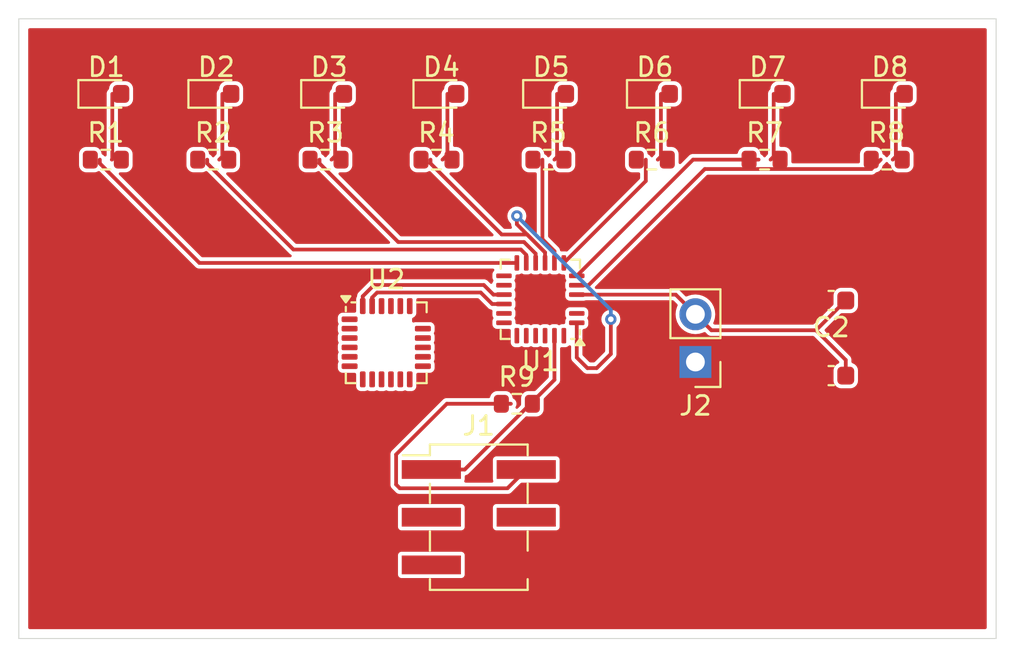
<source format=kicad_pcb>
(kicad_pcb (version 20240108) (generator "pcbnew") (generator_version "8.0")
  (layers (0 "F.Cu" signal) (31 "B.Cu" signal) (34 "B.Paste" user) (35 "F.Paste" user) (36 "B.SilkS" user "B.Silkscreen") (37 "F.SilkS" user "F.Silkscreen") (38 "B.Mask" user) (39 "F.Mask" user) (44 "Edge.Cuts" user))
  (net 0 "")
  (net 1 "GND")
  (net 2 "Net-(D1-A)")
  (net 3 "Net-(D2-A)")
  (net 4 "Net-(D3-A)")
  (net 5 "Net-(D4-A)")
  (net 6 "Net-(D5-A)")
  (net 7 "Net-(D6-A)")
  (net 8 "Net-(D7-A)")
  (net 9 "Net-(D8-A)")
  (net 11 "Net-(J1-DATA)")
  (net 13 "VCC")
  (net 15 "/L4")
  (net 16 "/L3")
  (net 17 "/L2")
  (net 18 "/L1")
  (net 19 "/R1")
  (net 20 "/R2")
  (net 21 "/R3")
  (net 24 "/SDA")
  (net 26 "/R4")
  (net 29 "/SCL")
  (net 55 "Net-(J2-Pin_2)")
  (footprint "Resistor_SMD:R_0603_1608Metric" (layer "F.Cu") (at 144.725 76.5)
    (property "Reference" "R4" (at 0 -1.43 0) (layer "F.SilkS"))
    (property "Value" "R")
    (fp_line (start -0.237258 -0.5225) (end 0.237258 -0.5225) (stroke (width 0.12)) (layer "F.SilkS"))
    (fp_line (start -0.237258 0.5225) (end 0.237258 0.5225) (stroke (width 0.12)) (layer "F.SilkS"))
    (pad "1" smd roundrect (at -0.825 0) (size 0.8 0.95) (layers "F.Cu" "F.Paste" "F.Mask") (net 18 "/L1"))
    (pad "2" smd roundrect (at 0.825 0) (size 0.8 0.95) (layers "F.Cu" "F.Paste" "F.Mask") (net 5 "Net-(D4-A)"))
  )
  (footprint "Resistor_SMD:R_0603_1608Metric" (layer "F.Cu") (at 138.82 76.5)
    (property "Reference" "R3" (at 0 -1.43 0) (layer "F.SilkS"))
    (property "Value" "R")
    (fp_line (start -0.237258 -0.5225) (end 0.237258 -0.5225) (stroke (width 0.12)) (layer "F.SilkS"))
    (fp_line (start -0.237258 0.5225) (end 0.237258 0.5225) (stroke (width 0.12)) (layer "F.SilkS"))
    (pad "1" smd roundrect (at -0.825 0) (size 0.8 0.95) (layers "F.Cu" "F.Paste" "F.Mask") (net 17 "/L2"))
    (pad "2" smd roundrect (at 0.825 0) (size 0.8 0.95) (layers "F.Cu" "F.Paste" "F.Mask") (net 4 "Net-(D3-A)"))
  )
  (footprint "Connector_PinHeader_2.54mm:PinHeader_1x02_P2.54mm_Vertical" (layer "F.Cu") (at 158.5 87.275 180)
    (property "Reference" "J2" (at 0 -2.33 180) (layer "F.SilkS"))
    (property "Value" "Conn_02x01")
    (fp_line (start 1.33 1.27) (end 1.33 3.87) (stroke (width 0.12)) (layer "F.SilkS"))
    (fp_line (start -1.33 3.87) (end 1.33 3.87) (stroke (width 0.12)) (layer "F.SilkS"))
    (fp_line (start -1.33 1.27) (end 1.33 1.27) (stroke (width 0.12)) (layer "F.SilkS"))
    (fp_line (start -1.33 1.27) (end -1.33 3.87) (stroke (width 0.12)) (layer "F.SilkS"))
    (fp_line (start -1.33 0) (end -1.33 -1.33) (stroke (width 0.12)) (layer "F.SilkS"))
    (fp_line (start -1.33 -1.33) (end 0 -1.33) (stroke (width 0.12)) (layer "F.SilkS"))
    (pad "1" thru_hole rect (at 0 0 180) (size 1.7 1.7) (drill 1) (layers "*.Cu" "*.Mask") (net 1 "GND"))
    (pad "2" thru_hole oval (at 0 2.54 180) (size 1.7 1.7) (drill 1) (layers "*.Cu" "*.Mask") (net 55 "Net-(J2-Pin_2)"))
  )
  (footprint "Capacitor_SMD:C_0603_1608Metric" (layer "F.Cu") (at 165.725 84 180)
    (property "Reference" "C2" (at 0 -1.43 180) (layer "F.SilkS"))
    (property "Value" "10n")
    (fp_line (start -0.14058 0.51) (end 0.14058 0.51) (stroke (width 0.12)) (layer "F.SilkS"))
    (fp_line (start -0.14058 -0.51) (end 0.14058 -0.51) (stroke (width 0.12)) (layer "F.SilkS"))
    (pad "1" smd roundrect (at -0.775 0 180) (size 0.9 0.95) (layers "F.Cu" "F.Paste" "F.Mask") (net 55 "Net-(J2-Pin_2)"))
    (pad "2" smd roundrect (at 0.775 0 180) (size 0.9 0.95) (layers "F.Cu" "F.Paste" "F.Mask") (net 1 "GND"))
  )
  (footprint "Sensor_Motion:InvenSense_QFN-24_4x4mm_P0.5mm" (layer "F.Cu") (at 142.05 86.25)
    (property "Reference" "U2" (at 0 -3.375 0) (layer "F.SilkS"))
    (property "Value" "MPU-6050")
    (fp_line (start -2.15 -1.685) (end -2.15 -1.91) (stroke (width 0.12)) (layer "F.SilkS"))
    (fp_line (start -2.15 2.15) (end -2.15 1.625) (stroke (width 0.12)) (layer "F.SilkS"))
    (fp_line (start -2.15 2.15) (end -1.625 2.15) (stroke (width 0.12)) (layer "F.SilkS"))
    (fp_line (start -1.625 -2.15) (end -1.85 -2.15) (stroke (width 0.12)) (layer "F.SilkS"))
    (fp_line (start 2.15 -2.15) (end 1.625 -2.15) (stroke (width 0.12)) (layer "F.SilkS"))
    (fp_line (start 2.15 -2.15) (end 2.15 -1.625) (stroke (width 0.12)) (layer "F.SilkS"))
    (fp_line (start 2.15 2.15) (end 1.625 2.15) (stroke (width 0.12)) (layer "F.SilkS"))
    (fp_line (start 2.15 2.15) (end 2.15 1.625) (stroke (width 0.12)) (layer "F.SilkS"))
    (fp_poly (pts (xy -2.15 -2.15) (xy -2.39 -2.48) (xy -1.91 -2.48) (xy -2.15 -2.15)) (stroke (width 0.12)) (fill solid) (layer "F.SilkS"))
    (pad "1" smd roundrect (at -1.95 -1.25) (size 0.85 0.3) (layers "F.Cu" "F.Paste" "F.Mask"))
    (pad "2" smd roundrect (at -1.95 -0.75) (size 0.85 0.3) (layers "F.Cu" "F.Paste" "F.Mask"))
    (pad "3" smd roundrect (at -1.95 -0.25) (size 0.85 0.3) (layers "F.Cu" "F.Paste" "F.Mask"))
    (pad "4" smd roundrect (at -1.95 0.25) (size 0.85 0.3) (layers "F.Cu" "F.Paste" "F.Mask"))
    (pad "5" smd roundrect (at -1.95 0.75) (size 0.85 0.3) (layers "F.Cu" "F.Paste" "F.Mask"))
    (pad "6" smd roundrect (at -1.95 1.25) (size 0.85 0.3) (layers "F.Cu" "F.Paste" "F.Mask"))
    (pad "7" smd roundrect (at -1.25 1.95 90) (size 0.85 0.3) (layers "F.Cu" "F.Paste" "F.Mask"))
    (pad "8" smd roundrect (at -0.75 1.95 90) (size 0.85 0.3) (layers "F.Cu" "F.Paste" "F.Mask"))
    (pad "9" smd roundrect (at -0.25 1.95 90) (size 0.85 0.3) (layers "F.Cu" "F.Paste" "F.Mask"))
    (pad "10" smd roundrect (at 0.25 1.95 90) (size 0.85 0.3) (layers "F.Cu" "F.Paste" "F.Mask"))
    (pad "11" smd roundrect (at 0.75 1.95 90) (size 0.85 0.3) (layers "F.Cu" "F.Paste" "F.Mask"))
    (pad "12" smd roundrect (at 1.25 1.95 90) (size 0.85 0.3) (layers "F.Cu" "F.Paste" "F.Mask"))
    (pad "13" smd roundrect (at 1.95 1.25) (size 0.85 0.3) (layers "F.Cu" "F.Paste" "F.Mask"))
    (pad "14" smd roundrect (at 1.95 0.75) (size 0.85 0.3) (layers "F.Cu" "F.Paste" "F.Mask"))
    (pad "15" smd roundrect (at 1.95 0.25) (size 0.85 0.3) (layers "F.Cu" "F.Paste" "F.Mask"))
    (pad "16" smd roundrect (at 1.95 -0.25) (size 0.85 0.3) (layers "F.Cu" "F.Paste" "F.Mask"))
    (pad "17" smd roundrect (at 1.95 -0.75) (size 0.85 0.3) (layers "F.Cu" "F.Paste" "F.Mask"))
    (pad "18" smd roundrect (at 1.95 -1.25) (size 0.85 0.3) (layers "F.Cu" "F.Paste" "F.Mask") (net 1 "GND"))
    (pad "19" smd roundrect (at 1.25 -1.95 90) (size 0.85 0.3) (layers "F.Cu" "F.Paste" "F.Mask"))
    (pad "20" smd roundrect (at 0.75 -1.95 90) (size 0.85 0.3) (layers "F.Cu" "F.Paste" "F.Mask"))
    (pad "21" smd roundrect (at 0.25 -1.95 90) (size 0.85 0.3) (layers "F.Cu" "F.Paste" "F.Mask"))
    (pad "22" smd roundrect (at -0.25 -1.95 90) (size 0.85 0.3) (layers "F.Cu" "F.Paste" "F.Mask"))
    (pad "23" smd roundrect (at -0.75 -1.95 90) (size 0.85 0.3) (layers "F.Cu" "F.Paste" "F.Mask") (net 29 "/SCL"))
    (pad "24" smd roundrect (at -1.25 -1.95 90) (size 0.85 0.3) (layers "F.Cu" "F.Paste" "F.Mask") (net 24 "/SDA"))
    (zone (net 0) (net_name "") (layer "F.Cu") (connect_pads (clearance 0)) (min_thickness 0.254)
      (keepout (tracks not_allowed) (vias not_allowed) (pads not_allowed) (copperpour not_allowed) (footprints allowed))
      (fill (thermal_gap 0.508) (thermal_bridge_width 0.508))
      (polygon (pts (xy 140.675 84.925) (xy 143.425 84.925) (xy 143.425 87.575) (xy 140.675 87.575)))
    )
  )
  (footprint "Resistor_SMD:R_0603_1608Metric" (layer "F.Cu") (at 168.68 76.5)
    (property "Reference" "R8" (at 0 -1.43 0) (layer "F.SilkS"))
    (property "Value" "R")
    (fp_line (start -0.237258 -0.5225) (end 0.237258 -0.5225) (stroke (width 0.12)) (layer "F.SilkS"))
    (fp_line (start -0.237258 0.5225) (end 0.237258 0.5225) (stroke (width 0.12)) (layer "F.SilkS"))
    (pad "1" smd roundrect (at -0.825 0) (size 0.8 0.95) (layers "F.Cu" "F.Paste" "F.Mask") (net 26 "/R4"))
    (pad "2" smd roundrect (at 0.825 0) (size 0.8 0.95) (layers "F.Cu" "F.Paste" "F.Mask") (net 9 "Net-(D8-A)"))
  )
  (footprint "LED_SMD:LED_0603_1608Metric" (layer "F.Cu") (at 139.01 73)
    (property "Reference" "D3" (at 0 -1.43 0) (layer "F.SilkS"))
    (property "Value" "LED L2")
    (fp_line (start -1.485 -0.735) (end -1.485 0.735) (stroke (width 0.12)) (layer "F.SilkS"))
    (fp_line (start -1.485 0.735) (end 0.8 0.735) (stroke (width 0.12)) (layer "F.SilkS"))
    (fp_line (start 0.8 -0.735) (end -1.485 -0.735) (stroke (width 0.12)) (layer "F.SilkS"))
    (pad "1" smd roundrect (at -0.7875 0) (size 0.875 0.95) (layers "F.Cu" "F.Paste" "F.Mask") (net 1 "GND"))
    (pad "2" smd roundrect (at 0.7875 0) (size 0.875 0.95) (layers "F.Cu" "F.Paste" "F.Mask") (net 4 "Net-(D3-A)"))
  )
  (footprint "LED_SMD:LED_0603_1608Metric" (layer "F.Cu") (at 127.155 73)
    (property "Reference" "D1" (at 0 -1.43 0) (layer "F.SilkS"))
    (property "Value" "LED L4")
    (fp_line (start -1.485 -0.735) (end -1.485 0.735) (stroke (width 0.12)) (layer "F.SilkS"))
    (fp_line (start -1.485 0.735) (end 0.8 0.735) (stroke (width 0.12)) (layer "F.SilkS"))
    (fp_line (start 0.8 -0.735) (end -1.485 -0.735) (stroke (width 0.12)) (layer "F.SilkS"))
    (pad "1" smd roundrect (at -0.7875 0) (size 0.875 0.95) (layers "F.Cu" "F.Paste" "F.Mask") (net 1 "GND"))
    (pad "2" smd roundrect (at 0.7875 0) (size 0.875 0.95) (layers "F.Cu" "F.Paste" "F.Mask") (net 2 "Net-(D1-A)"))
  )
  (footprint "Resistor_SMD:R_0603_1608Metric" (layer "F.Cu") (at 149 89.5)
    (property "Reference" "R9" (at 0 -1.43 0) (layer "F.SilkS"))
    (property "Value" "R")
    (fp_line (start -0.237258 -0.5225) (end 0.237258 -0.5225) (stroke (width 0.12)) (layer "F.SilkS"))
    (fp_line (start -0.237258 0.5225) (end 0.237258 0.5225) (stroke (width 0.12)) (layer "F.SilkS"))
    (pad "1" smd roundrect (at -0.825 0) (size 0.8 0.95) (layers "F.Cu" "F.Paste" "F.Mask") (net 13 "VCC"))
    (pad "2" smd roundrect (at 0.825 0) (size 0.8 0.95) (layers "F.Cu" "F.Paste" "F.Mask") (net 11 "Net-(J1-DATA)"))
  )
  (footprint "Resistor_SMD:R_0603_1608Metric" (layer "F.Cu") (at 162.18 76.5)
    (property "Reference" "R7" (at 0 -1.43 0) (layer "F.SilkS"))
    (property "Value" "R")
    (fp_line (start -0.237258 -0.5225) (end 0.237258 -0.5225) (stroke (width 0.12)) (layer "F.SilkS"))
    (fp_line (start -0.237258 0.5225) (end 0.237258 0.5225) (stroke (width 0.12)) (layer "F.SilkS"))
    (pad "1" smd roundrect (at -0.825 0) (size 0.8 0.95) (layers "F.Cu" "F.Paste" "F.Mask") (net 21 "/R3"))
    (pad "2" smd roundrect (at 0.825 0) (size 0.8 0.95) (layers "F.Cu" "F.Paste" "F.Mask") (net 8 "Net-(D7-A)"))
  )
  (footprint "Resistor_SMD:R_0603_1608Metric" (layer "F.Cu") (at 127.13 76.5)
    (property "Reference" "R1" (at 0 -1.43 0) (layer "F.SilkS"))
    (property "Value" "R")
    (fp_line (start -0.237258 -0.5225) (end 0.237258 -0.5225) (stroke (width 0.12)) (layer "F.SilkS"))
    (fp_line (start -0.237258 0.5225) (end 0.237258 0.5225) (stroke (width 0.12)) (layer "F.SilkS"))
    (pad "1" smd roundrect (at -0.825 0) (size 0.8 0.95) (layers "F.Cu" "F.Paste" "F.Mask") (net 15 "/L4"))
    (pad "2" smd roundrect (at 0.825 0) (size 0.8 0.95) (layers "F.Cu" "F.Paste" "F.Mask") (net 2 "Net-(D1-A)"))
  )
  (footprint "Resistor_SMD:R_0603_1608Metric" (layer "F.Cu") (at 132.845 76.5)
    (property "Reference" "R2" (at 0 -1.43 0) (layer "F.SilkS"))
    (property "Value" "R")
    (fp_line (start -0.237258 -0.5225) (end 0.237258 -0.5225) (stroke (width 0.12)) (layer "F.SilkS"))
    (fp_line (start -0.237258 0.5225) (end 0.237258 0.5225) (stroke (width 0.12)) (layer "F.SilkS"))
    (pad "1" smd roundrect (at -0.825 0) (size 0.8 0.95) (layers "F.Cu" "F.Paste" "F.Mask") (net 16 "/L3"))
    (pad "2" smd roundrect (at 0.825 0) (size 0.8 0.95) (layers "F.Cu" "F.Paste" "F.Mask") (net 3 "Net-(D2-A)"))
  )
  (footprint "Package_DFN_QFN:QFN-24-1EP_4x4mm_P0.5mm_EP2.6x2.6mm" (layer "F.Cu") (at 150.25 83.9375 180)
    (property "Reference" "U1" (at 0 -3.3 180) (layer "F.SilkS"))
    (property "Value" "ATtiny1617-M")
    (fp_line (start 2.11 2.11) (end 2.11 1.635) (stroke (width 0.12)) (layer "F.SilkS"))
    (fp_line (start 2.11 -2.11) (end 2.11 -1.635) (stroke (width 0.12)) (layer "F.SilkS"))
    (fp_line (start 1.635 2.11) (end 2.11 2.11) (stroke (width 0.12)) (layer "F.SilkS"))
    (fp_line (start 1.635 -2.11) (end 2.11 -2.11) (stroke (width 0.12)) (layer "F.SilkS"))
    (fp_line (start -1.635 2.11) (end -2.11 2.11) (stroke (width 0.12)) (layer "F.SilkS"))
    (fp_line (start -1.635 -2.11) (end -1.81 -2.11) (stroke (width 0.12)) (layer "F.SilkS"))
    (fp_line (start -2.11 2.11) (end -2.11 1.635) (stroke (width 0.12)) (layer "F.SilkS"))
    (fp_line (start -2.11 -1.635) (end -2.11 -1.87) (stroke (width 0.12)) (layer "F.SilkS"))
    (fp_poly (pts (xy -2.11 -2.11) (xy -2.35 -2.44) (xy -1.87 -2.44) (xy -2.11 -2.11)) (stroke (width 0.12)) (fill solid) (layer "F.SilkS"))
    (pad "1" smd roundrect (at -1.9375 -1.25 180) (size 0.825 0.25) (layers "F.Cu" "F.Paste" "F.Mask") (net 18 "/L1"))
    (pad "2" smd roundrect (at -1.9375 -0.75 180) (size 0.825 0.25) (layers "F.Cu" "F.Paste" "F.Mask"))
    (pad "3" smd roundrect (at -1.9375 -0.25 180) (size 0.825 0.25) (layers "F.Cu" "F.Paste" "F.Mask") (net 1 "GND"))
    (pad "4" smd roundrect (at -1.9375 0.25 180) (size 0.825 0.25) (layers "F.Cu" "F.Paste" "F.Mask") (net 55 "Net-(J2-Pin_2)"))
    (pad "5" smd roundrect (at -1.9375 0.75 180) (size 0.825 0.25) (layers "F.Cu" "F.Paste" "F.Mask") (net 26 "/R4"))
    (pad "6" smd roundrect (at -1.9375 1.25 180) (size 0.825 0.25) (layers "F.Cu" "F.Paste" "F.Mask") (net 21 "/R3"))
    (pad "7" smd roundrect (at -1.25 1.9375 180) (size 0.25 0.825) (layers "F.Cu" "F.Paste" "F.Mask") (net 20 "/R2"))
    (pad "8" smd roundrect (at -0.75 1.9375 180) (size 0.25 0.825) (layers "F.Cu" "F.Paste" "F.Mask") (net 19 "/R1"))
    (pad "9" smd roundrect (at -0.25 1.9375 180) (size 0.25 0.825) (layers "F.Cu" "F.Paste" "F.Mask") (net 18 "/L1"))
    (pad "10" smd roundrect (at 0.25 1.9375 180) (size 0.25 0.825) (layers "F.Cu" "F.Paste" "F.Mask") (net 17 "/L2"))
    (pad "11" smd roundrect (at 0.75 1.9375 180) (size 0.25 0.825) (layers "F.Cu" "F.Paste" "F.Mask") (net 16 "/L3"))
    (pad "12" smd roundrect (at 1.25 1.9375 180) (size 0.25 0.825) (layers "F.Cu" "F.Paste" "F.Mask") (net 15 "/L4"))
    (pad "13" smd roundrect (at 1.9375 1.25 180) (size 0.825 0.25) (layers "F.Cu" "F.Paste" "F.Mask"))
    (pad "14" smd roundrect (at 1.9375 0.75 180) (size 0.825 0.25) (layers "F.Cu" "F.Paste" "F.Mask"))
    (pad "15" smd roundrect (at 1.9375 0.25 180) (size 0.825 0.25) (layers "F.Cu" "F.Paste" "F.Mask") (net 24 "/SDA"))
    (pad "16" smd roundrect (at 1.9375 -0.25 180) (size 0.825 0.25) (layers "F.Cu" "F.Paste" "F.Mask") (net 29 "/SCL"))
    (pad "17" smd roundrect (at 1.9375 -0.75 180) (size 0.825 0.25) (layers "F.Cu" "F.Paste" "F.Mask"))
    (pad "18" smd roundrect (at 1.9375 -1.25 180) (size 0.825 0.25) (layers "F.Cu" "F.Paste" "F.Mask"))
    (pad "19" smd roundrect (at 1.25 -1.9375 180) (size 0.25 0.825) (layers "F.Cu" "F.Paste" "F.Mask"))
    (pad "20" smd roundrect (at 0.75 -1.9375 180) (size 0.25 0.825) (layers "F.Cu" "F.Paste" "F.Mask"))
    (pad "21" smd roundrect (at 0.25 -1.9375 180) (size 0.25 0.825) (layers "F.Cu" "F.Paste" "F.Mask"))
    (pad "22" smd roundrect (at -0.25 -1.9375 180) (size 0.25 0.825) (layers "F.Cu" "F.Paste" "F.Mask"))
    (pad "23" smd roundrect (at -0.75 -1.9375 180) (size 0.25 0.825) (layers "F.Cu" "F.Paste" "F.Mask") (net 11 "Net-(J1-DATA)"))
    (pad "24" smd roundrect (at -1.25 -1.9375 180) (size 0.25 0.825) (layers "F.Cu" "F.Paste" "F.Mask"))
    (pad "25" smd rect (at 0 0 180) (size 2.6 2.6) (property pad_prop_heatsink) (layers "F.Cu" "F.Mask") (net 1 "GND"))
  )
  (footprint "Resistor_SMD:R_0603_1608Metric" (layer "F.Cu") (at 150.68 76.5)
    (property "Reference" "R5" (at 0 -1.43 0) (layer "F.SilkS"))
    (property "Value" "R")
    (fp_line (start -0.237258 -0.5225) (end 0.237258 -0.5225) (stroke (width 0.12)) (layer "F.SilkS"))
    (fp_line (start -0.237258 0.5225) (end 0.237258 0.5225) (stroke (width 0.12)) (layer "F.SilkS"))
    (pad "1" smd roundrect (at -0.825 0) (size 0.8 0.95) (layers "F.Cu" "F.Paste" "F.Mask") (net 19 "/R1"))
    (pad "2" smd roundrect (at 0.825 0) (size 0.8 0.95) (layers "F.Cu" "F.Paste" "F.Mask") (net 6 "Net-(D5-A)"))
  )
  (footprint "LED_SMD:LED_0603_1608Metric" (layer "F.Cu") (at 156.345 73)
    (property "Reference" "D6" (at 0 -1.43 0) (layer "F.SilkS"))
    (property "Value" "LED R2")
    (fp_line (start -1.485 -0.735) (end -1.485 0.735) (stroke (width 0.12)) (layer "F.SilkS"))
    (fp_line (start -1.485 0.735) (end 0.8 0.735) (stroke (width 0.12)) (layer "F.SilkS"))
    (fp_line (start 0.8 -0.735) (end -1.485 -0.735) (stroke (width 0.12)) (layer "F.SilkS"))
    (pad "1" smd roundrect (at -0.7875 0) (size 0.875 0.95) (layers "F.Cu" "F.Paste" "F.Mask") (net 1 "GND"))
    (pad "2" smd roundrect (at 0.7875 0) (size 0.875 0.95) (layers "F.Cu" "F.Paste" "F.Mask") (net 7 "Net-(D6-A)"))
  )
  (footprint "LED_SMD:LED_0603_1608Metric" (layer "F.Cu") (at 133.01 73)
    (property "Reference" "D2" (at 0 -1.43 0) (layer "F.SilkS"))
    (property "Value" "LED L3")
    (fp_line (start -1.485 -0.735) (end -1.485 0.735) (stroke (width 0.12)) (layer "F.SilkS"))
    (fp_line (start -1.485 0.735) (end 0.8 0.735) (stroke (width 0.12)) (layer "F.SilkS"))
    (fp_line (start 0.8 -0.735) (end -1.485 -0.735) (stroke (width 0.12)) (layer "F.SilkS"))
    (pad "1" smd roundrect (at -0.7875 0) (size 0.875 0.95) (layers "F.Cu" "F.Paste" "F.Mask") (net 1 "GND"))
    (pad "2" smd roundrect (at 0.7875 0) (size 0.875 0.95) (layers "F.Cu" "F.Paste" "F.Mask") (net 3 "Net-(D2-A)"))
  )
  (footprint "LED_SMD:LED_0603_1608Metric" (layer "F.Cu") (at 162.345 73)
    (property "Reference" "D7" (at 0 -1.43 0) (layer "F.SilkS"))
    (property "Value" "LED R3")
    (fp_line (start -1.485 -0.735) (end -1.485 0.735) (stroke (width 0.12)) (layer "F.SilkS"))
    (fp_line (start -1.485 0.735) (end 0.8 0.735) (stroke (width 0.12)) (layer "F.SilkS"))
    (fp_line (start 0.8 -0.735) (end -1.485 -0.735) (stroke (width 0.12)) (layer "F.SilkS"))
    (pad "1" smd roundrect (at -0.7875 0) (size 0.875 0.95) (layers "F.Cu" "F.Paste" "F.Mask") (net 1 "GND"))
    (pad "2" smd roundrect (at 0.7875 0) (size 0.875 0.95) (layers "F.Cu" "F.Paste" "F.Mask") (net 8 "Net-(D7-A)"))
  )
  (footprint "Connector_PinHeader_2.54mm:PinHeader_2x03_P2.54mm_Vertical_SMD" (layer "F.Cu") (at 146.975 95.54)
    (property "Reference" "J1" (at 0 -4.87 0) (layer "F.SilkS"))
    (property "Value" "AVR-UPDI-6")
    (fp_line (start -4.04 -3.3) (end -2.6 -3.3) (stroke (width 0.12)) (layer "F.SilkS"))
    (fp_line (start -2.6 -3.87) (end -2.6 -3.3) (stroke (width 0.12)) (layer "F.SilkS"))
    (fp_line (start -2.6 -3.87) (end 2.6 -3.87) (stroke (width 0.12)) (layer "F.SilkS"))
    (fp_line (start -2.6 -1.78) (end -2.6 -0.76) (stroke (width 0.12)) (layer "F.SilkS"))
    (fp_line (start -2.6 0.76) (end -2.6 1.78) (stroke (width 0.12)) (layer "F.SilkS"))
    (fp_line (start -2.6 3.3) (end -2.6 3.87) (stroke (width 0.12)) (layer "F.SilkS"))
    (fp_line (start -2.6 3.87) (end 2.6 3.87) (stroke (width 0.12)) (layer "F.SilkS"))
    (fp_line (start 2.6 -3.87) (end 2.6 -3.3) (stroke (width 0.12)) (layer "F.SilkS"))
    (fp_line (start 2.6 -1.78) (end 2.6 -0.76) (stroke (width 0.12)) (layer "F.SilkS"))
    (fp_line (start 2.6 0.76) (end 2.6 1.78) (stroke (width 0.12)) (layer "F.SilkS"))
    (fp_line (start 2.6 3.3) (end 2.6 3.87) (stroke (width 0.12)) (layer "F.SilkS"))
    (pad "1" smd rect (at -2.525 -2.54) (size 3.15 1) (layers "F.Cu" "F.Paste" "F.Mask") (net 11 "Net-(J1-DATA)"))
    (pad "2" smd rect (at 2.525 -2.54) (size 3.15 1) (layers "F.Cu" "F.Paste" "F.Mask") (net 13 "VCC"))
    (pad "3" smd rect (at -2.525 0) (size 3.15 1) (layers "F.Cu" "F.Paste" "F.Mask"))
    (pad "4" smd rect (at 2.525 0) (size 3.15 1) (layers "F.Cu" "F.Paste" "F.Mask"))
    (pad "5" smd rect (at -2.525 2.54) (size 3.15 1) (layers "F.Cu" "F.Paste" "F.Mask"))
    (pad "6" smd rect (at 2.525 2.54) (size 3.15 1) (layers "F.Cu" "F.Paste" "F.Mask") (net 1 "GND"))
  )
  (footprint "LED_SMD:LED_0603_1608Metric" (layer "F.Cu") (at 150.82 73)
    (property "Reference" "D5" (at 0 -1.43 0) (layer "F.SilkS"))
    (property "Value" "LED R1")
    (fp_line (start -1.485 -0.735) (end -1.485 0.735) (stroke (width 0.12)) (layer "F.SilkS"))
    (fp_line (start -1.485 0.735) (end 0.8 0.735) (stroke (width 0.12)) (layer "F.SilkS"))
    (fp_line (start 0.8 -0.735) (end -1.485 -0.735) (stroke (width 0.12)) (layer "F.SilkS"))
    (pad "1" smd roundrect (at -0.7875 0) (size 0.875 0.95) (layers "F.Cu" "F.Paste" "F.Mask") (net 1 "GND"))
    (pad "2" smd roundrect (at 0.7875 0) (size 0.875 0.95) (layers "F.Cu" "F.Paste" "F.Mask") (net 6 "Net-(D5-A)"))
  )
  (footprint "Capacitor_SMD:C_0603_1608Metric" (layer "F.Cu") (at 165.725 88 180)
    (property "Reference" "C1" (hide yes))
    (property "Value" "100n")
    (fp_line (start -0.14058 0.51) (end 0.14058 0.51) (stroke (width 0.12)) (layer "F.SilkS"))
    (fp_line (start -0.14058 -0.51) (end 0.14058 -0.51) (stroke (width 0.12)) (layer "F.SilkS"))
    (pad "1" smd roundrect (at -0.775 0 180) (size 0.9 0.95) (layers "F.Cu" "F.Paste" "F.Mask") (net 55 "Net-(J2-Pin_2)"))
    (pad "2" smd roundrect (at 0.775 0 180) (size 0.9 0.95) (layers "F.Cu" "F.Paste" "F.Mask") (net 1 "GND"))
  )
  (footprint "LED_SMD:LED_0603_1608Metric" (layer "F.Cu") (at 168.845 73)
    (property "Reference" "D8" (at 0 -1.43 0) (layer "F.SilkS"))
    (property "Value" "LED R4")
    (fp_line (start -1.485 -0.735) (end -1.485 0.735) (stroke (width 0.12)) (layer "F.SilkS"))
    (fp_line (start -1.485 0.735) (end 0.8 0.735) (stroke (width 0.12)) (layer "F.SilkS"))
    (fp_line (start 0.8 -0.735) (end -1.485 -0.735) (stroke (width 0.12)) (layer "F.SilkS"))
    (pad "1" smd roundrect (at -0.7875 0) (size 0.875 0.95) (layers "F.Cu" "F.Paste" "F.Mask") (net 1 "GND"))
    (pad "2" smd roundrect (at 0.7875 0) (size 0.875 0.95) (layers "F.Cu" "F.Paste" "F.Mask") (net 9 "Net-(D8-A)"))
  )
  (footprint "Resistor_SMD:R_0603_1608Metric" (layer "F.Cu") (at 156.18 76.5)
    (property "Reference" "R6" (at 0 -1.43 0) (layer "F.SilkS"))
    (property "Value" "R")
    (fp_line (start -0.237258 -0.5225) (end 0.237258 -0.5225) (stroke (width 0.12)) (layer "F.SilkS"))
    (fp_line (start -0.237258 0.5225) (end 0.237258 0.5225) (stroke (width 0.12)) (layer "F.SilkS"))
    (pad "1" smd roundrect (at -0.825 0) (size 0.8 0.95) (layers "F.Cu" "F.Paste" "F.Mask") (net 20 "/R2"))
    (pad "2" smd roundrect (at 0.825 0) (size 0.8 0.95) (layers "F.Cu" "F.Paste" "F.Mask") (net 7 "Net-(D6-A)"))
  )
  (footprint "LED_SMD:LED_0603_1608Metric" (layer "F.Cu") (at 144.985 73)
    (property "Reference" "D4" (at 0 -1.43 0) (layer "F.SilkS"))
    (property "Value" "LED L1")
    (fp_line (start -1.485 -0.735) (end -1.485 0.735) (stroke (width 0.12)) (layer "F.SilkS"))
    (fp_line (start -1.485 0.735) (end 0.8 0.735) (stroke (width 0.12)) (layer "F.SilkS"))
    (fp_line (start 0.8 -0.735) (end -1.485 -0.735) (stroke (width 0.12)) (layer "F.SilkS"))
    (pad "1" smd roundrect (at -0.7875 0) (size 0.875 0.95) (layers "F.Cu" "F.Paste" "F.Mask") (net 1 "GND"))
    (pad "2" smd roundrect (at 0.7875 0) (size 0.875 0.95) (layers "F.Cu" "F.Paste" "F.Mask") (net 5 "Net-(D4-A)"))
  )
  (gr_line (start 174.5 102) (end 122.5 102) (stroke (width 0.05)) (layer "Edge.Cuts"))
  (gr_line (start 122.5 69) (end 174.5 69) (stroke (width 0.05)) (layer "Edge.Cuts"))
  (gr_line (start 122.5 69) (end 122.5 102) (stroke (width 0.05)) (layer "Edge.Cuts"))
  (gr_line (start 174.5 69) (end 174.5 102) (stroke (width 0.05)) (layer "Edge.Cuts"))
  (segment (start 127.475 76.475) (end 127.45 76.5) (width 0.2) (layer "F.Cu") (net 2))
  (segment (start 127.475 73) (end 127.475 76.475) (width 0.2) (layer "F.Cu") (net 2))
  (segment (start 133.33 73) (end 133.33 76.335) (width 0.2) (layer "F.Cu") (net 3))
  (segment (start 133.33 76.335) (end 133.165 76.5) (width 0.2) (layer "F.Cu") (net 3))
  (segment (start 139.33 76.31) (end 139.14 76.5) (width 0.2) (layer "F.Cu") (net 4))
  (segment (start 139.33 73) (end 139.33 76.31) (width 0.2) (layer "F.Cu") (net 4))
  (segment (start 145.305 73) (end 145.305 76.24) (width 0.2) (layer "F.Cu") (net 5))
  (segment (start 145.305 76.24) (end 145.045 76.5) (width 0.2) (layer "F.Cu") (net 5))
  (segment (start 151.14 76.36) (end 151 76.5) (width 0.2) (layer "F.Cu") (net 6))
  (segment (start 151.14 73) (end 151.14 76.36) (width 0.2) (layer "F.Cu") (net 6))
  (segment (start 156.665 76.335) (end 156.5 76.5) (width 0.2) (layer "F.Cu") (net 7))
  (segment (start 156.665 73) (end 156.665 76.335) (width 0.2) (layer "F.Cu") (net 7))
  (segment (start 162.665 73) (end 162.665 76.335) (width 0.2) (layer "F.Cu") (net 8))
  (segment (start 162.665 76.335) (end 162.5 76.5) (width 0.2) (layer "F.Cu") (net 8))
  (segment (start 169.165 76.335) (end 169 76.5) (width 0.2) (layer "F.Cu") (net 9))
  (segment (start 169.165 73) (end 169.165 76.335) (width 0.2) (layer "F.Cu") (net 9))
  (segment (start 146.225 93) (end 151 88.225) (width 0.2) (layer "F.Cu") (net 11))
  (segment (start 144.45 93) (end 146.225 93) (width 0.2) (layer "F.Cu") (net 11))
  (segment (start 151 88.225) (end 151 85.875) (width 0.2) (layer "F.Cu") (net 11))
  (segment (start 142.575 93.8) (end 142.775 94) (width 0.2) (layer "F.Cu") (net 13))
  (segment (start 148.68 89.5) (end 145.275 89.5) (width 0.2) (layer "F.Cu") (net 13))
  (segment (start 145.275 89.5) (end 142.575 92.2) (width 0.2) (layer "F.Cu") (net 13))
  (segment (start 148.5 94) (end 149.5 93) (width 0.2) (layer "F.Cu") (net 13))
  (segment (start 142.575 92.2) (end 142.575 93.8) (width 0.2) (layer "F.Cu") (net 13))
  (segment (start 142.775 94) (end 148.5 94) (width 0.2) (layer "F.Cu") (net 13))
  (segment (start 132.110001 82) (end 149 82) (width 0.2) (layer "F.Cu") (net 15))
  (segment (start 126.81 76.5) (end 126.81 76.699999) (width 0.2) (layer "F.Cu") (net 15))
  (segment (start 126.81 76.699999) (end 132.110001 82) (width 0.2) (layer "F.Cu") (net 15))
  (segment (start 137.112501 81.2875) (end 149.214386 81.2875) (width 0.2) (layer "F.Cu") (net 16))
  (segment (start 149.5 81.573114) (end 149.5 82) (width 0.2) (layer "F.Cu") (net 16))
  (segment (start 149.214386 81.2875) (end 149.5 81.573114) (width 0.2) (layer "F.Cu") (net 16))
  (segment (start 132.525 76.5) (end 132.525 76.699999) (width 0.2) (layer "F.Cu") (net 16))
  (segment (start 132.525 76.699999) (end 137.112501 81.2875) (width 0.2) (layer "F.Cu") (net 16))
  (segment (start 138.5 76.5) (end 138.5 76.699999) (width 0.2) (layer "F.Cu") (net 17))
  (segment (start 142.687501 80.8875) (end 149.380072 80.8875) (width 0.2) (layer "F.Cu") (net 17))
  (segment (start 149.380072 80.8875) (end 150 81.507428) (width 0.2) (layer "F.Cu") (net 17))
  (segment (start 138.5 76.699999) (end 142.687501 80.8875) (width 0.2) (layer "F.Cu") (net 17))
  (segment (start 150 81.507428) (end 150 82) (width 0.2) (layer "F.Cu") (net 17))
  (segment (start 152.1875 87.036029) (end 152.1875 85.1875) (width 0.2) (layer "F.Cu") (net 18))
  (segment (start 153.248529 87.6) (end 152.751471 87.6) (width 0.2) (layer "F.Cu") (net 18))
  (segment (start 144.405 76.5) (end 144.405 76.699999) (width 0.2) (layer "F.Cu") (net 18))
  (segment (start 149 79.941741) (end 149 79.5) (width 0.2) (layer "F.Cu") (net 18))
  (segment (start 148.192501 80.4875) (end 149.545758 80.4875) (width 0.2) (layer "F.Cu") (net 18))
  (segment (start 150.5 81.441742) (end 149 79.941741) (width 0.2) (layer "F.Cu") (net 18))
  (segment (start 150.5 81.441742) (end 150.5 82) (width 0.2) (layer "F.Cu") (net 18))
  (segment (start 154 86.848529) (end 153.248529 87.6) (width 0.2) (layer "F.Cu") (net 18))
  (segment (start 144.405 76.699999) (end 148.192501 80.4875) (width 0.2) (layer "F.Cu") (net 18))
  (segment (start 149.545758 80.4875) (end 150.5 81.441742) (width 0.2) (layer "F.Cu") (net 18))
  (segment (start 152.751471 87.6) (end 152.1875 87.036029) (width 0.2) (layer "F.Cu") (net 18))
  (segment (start 154 85) (end 154 86.848529) (width 0.2) (layer "F.Cu") (net 18))
  (via (at 149 79.5) (size 0.6) (drill 0.3) (layers "F.Cu" "B.Cu") (net 18))
  (via (at 154 85) (size 0.6) (drill 0.3) (layers "F.Cu" "B.Cu") (net 18))
  (segment (start 149 79.5) (end 154 84.5) (width 0.2) (layer "B.Cu") (net 18))
  (segment (start 154 84.5) (end 154 85) (width 0.2) (layer "B.Cu") (net 18))
  (segment (start 151 81.376056) (end 151 82) (width 0.2) (layer "F.Cu") (net 19))
  (segment (start 150.36 80.736056) (end 151 81.376056) (width 0.2) (layer "F.Cu") (net 19))
  (segment (start 150.36 76.5) (end 150.36 80.736056) (width 0.2) (layer "F.Cu") (net 19))
  (segment (start 155.86 77.64) (end 151.5 82) (width 0.2) (layer "F.Cu") (net 20))
  (segment (start 155.86 76.5) (end 155.86 77.64) (width 0.2) (layer "F.Cu") (net 20))
  (segment (start 161.86 76.5) (end 158.375 76.5) (width 0.2) (layer "F.Cu") (net 21))
  (segment (start 158.375 76.5) (end 152.1875 82.6875) (width 0.2) (layer "F.Cu") (net 21))
  (segment (start 147.240686 83.175) (end 147.753186 83.6875) (width 0.2) (layer "F.Cu") (net 24))
  (segment (start 140.8 83.776905) (end 141.401905 83.175) (width 0.2) (layer "F.Cu") (net 24))
  (segment (start 147.753186 83.6875) (end 148.3125 83.6875) (width 0.2) (layer "F.Cu") (net 24))
  (segment (start 140.8 84.3) (end 140.8 83.776905) (width 0.2) (layer "F.Cu") (net 24))
  (segment (start 141.401905 83.175) (end 147.240686 83.175) (width 0.2) (layer "F.Cu") (net 24))
  (segment (start 152.8125 83.1875) (end 152.1875 83.1875) (width 0.2) (layer "F.Cu") (net 26))
  (segment (start 167.86 77) (end 159 77) (width 0.2) (layer "F.Cu") (net 26))
  (segment (start 159 77) (end 152.8125 83.1875) (width 0.2) (layer "F.Cu") (net 26))
  (segment (start 168.36 76.5) (end 167.86 77) (width 0.2) (layer "F.Cu") (net 26))
  (segment (start 141.56759 83.575) (end 147.075 83.575) (width 0.2) (layer "F.Cu") (net 29))
  (segment (start 141.3 83.84259) (end 141.56759 83.575) (width 0.2) (layer "F.Cu") (net 29))
  (segment (start 147.075 83.575) (end 147.6875 84.1875) (width 0.2) (layer "F.Cu") (net 29))
  (segment (start 141.3 84.3) (end 141.3 83.84259) (width 0.2) (layer "F.Cu") (net 29))
  (segment (start 147.6875 84.1875) (end 148.3125 84.1875) (width 0.2) (layer "F.Cu") (net 29))
  (segment (start 159.35 85.585) (end 164.915 85.585) (width 0.2) (layer "F.Cu") (net 55))
  (segment (start 158.5 84.735) (end 159.35 85.585) (width 0.2) (layer "F.Cu") (net 55))
  (segment (start 152.1875 83.6875) (end 157.4525 83.6875) (width 0.2) (layer "F.Cu") (net 55))
  (segment (start 164.915 85.585) (end 166.5 87.17) (width 0.2) (layer "F.Cu") (net 55))
  (segment (start 157.4525 83.6875) (end 158.5 84.735) (width 0.2) (layer "F.Cu") (net 55))
  (segment (start 166.5 84) (end 164.915 85.585) (width 0.2) (layer "F.Cu") (net 55))
  (segment (start 166.5 87.17) (end 166.5 88) (width 0.2) (layer "F.Cu") (net 55))
  (zone (net 1) (net_name "GND") (layer "F.Cu") (connect_pads yes (clearance 0.15)) (min_thickness 0.15) (fill yes (thermal_gap 0.5) (thermal_bridge_width 0.5))
    (polygon (pts (xy 121.5 68) (xy 121.5 102.5) (xy 176 102.5) (xy 176 68)))
  )
)
</source>
